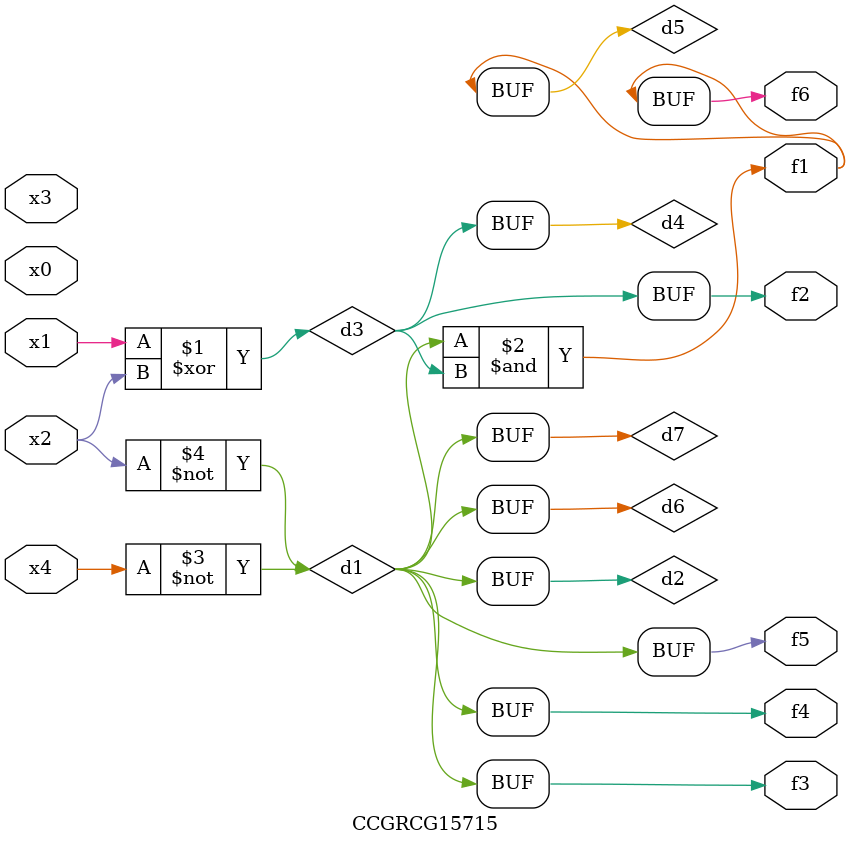
<source format=v>
module CCGRCG15715(
	input x0, x1, x2, x3, x4,
	output f1, f2, f3, f4, f5, f6
);

	wire d1, d2, d3, d4, d5, d6, d7;

	not (d1, x4);
	not (d2, x2);
	xor (d3, x1, x2);
	buf (d4, d3);
	and (d5, d1, d3);
	buf (d6, d1, d2);
	buf (d7, d2);
	assign f1 = d5;
	assign f2 = d4;
	assign f3 = d7;
	assign f4 = d7;
	assign f5 = d7;
	assign f6 = d5;
endmodule

</source>
